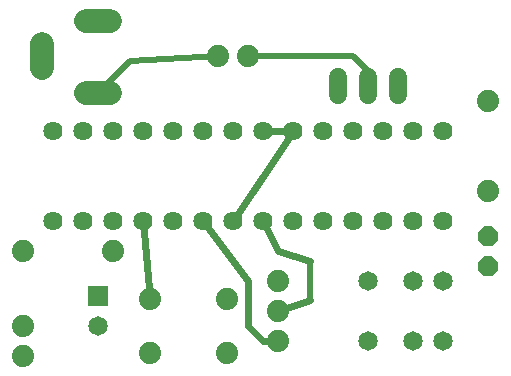
<source format=gbr>
G04 EAGLE Gerber RS-274X export*
G75*
%MOMM*%
%FSLAX34Y34*%
%LPD*%
%INTop Copper*%
%IPPOS*%
%AMOC8*
5,1,8,0,0,1.08239X$1,22.5*%
G01*
%ADD10C,1.651000*%
%ADD11R,1.651000X1.651000*%
%ADD12C,1.879600*%
%ADD13C,2.000000*%
%ADD14C,1.524000*%
%ADD15C,1.625600*%
%ADD16P,1.814519X8X292.500000*%
%ADD17C,0.609600*%
%ADD18C,0.508000*%


D10*
X393700Y101600D03*
X368300Y101600D03*
X393700Y50800D03*
X368300Y50800D03*
D11*
X101600Y88700D03*
D10*
X101600Y63700D03*
X330200Y101600D03*
X330200Y50800D03*
D12*
X254000Y50800D03*
X254000Y76200D03*
X254000Y101600D03*
D13*
X111600Y261100D02*
X91600Y261100D01*
X91600Y322100D02*
X111600Y322100D01*
X53600Y302100D02*
X53600Y282100D01*
D12*
X203200Y292100D03*
X228600Y292100D03*
X114300Y127000D03*
X38100Y127000D03*
X145288Y86106D03*
X210312Y86106D03*
X145288Y40894D03*
X210312Y40894D03*
D14*
X304800Y259080D02*
X304800Y274320D01*
X330200Y274320D02*
X330200Y259080D01*
X355600Y259080D02*
X355600Y274320D01*
D15*
X63500Y152400D03*
X88900Y152400D03*
X114300Y152400D03*
X139700Y152400D03*
X165100Y152400D03*
X190500Y152400D03*
X215900Y152400D03*
X241300Y152400D03*
X266700Y152400D03*
X292100Y152400D03*
X317500Y152400D03*
X342900Y152400D03*
X368300Y152400D03*
X393700Y152400D03*
X393700Y228600D03*
X368300Y228600D03*
X342900Y228600D03*
X317500Y228600D03*
X292100Y228600D03*
X266700Y228600D03*
X241300Y228600D03*
X215900Y228600D03*
X190500Y228600D03*
X165100Y228600D03*
X139700Y228600D03*
X114300Y228600D03*
X88900Y228600D03*
X63500Y228600D03*
D12*
X38100Y63500D03*
X38100Y38100D03*
D16*
X431800Y139700D03*
X431800Y114300D03*
D12*
X431800Y254000D03*
X431800Y177800D03*
D17*
X266700Y228600D02*
X241300Y228600D01*
X256931Y213946D02*
X266700Y228600D01*
X256931Y213946D02*
X215900Y152400D01*
X254000Y76200D02*
X280670Y85090D01*
X280670Y118110D02*
X254000Y127000D01*
X241300Y152400D01*
D18*
X280670Y118110D02*
X280670Y85090D01*
X203200Y292100D02*
X128482Y287982D01*
X101600Y261100D01*
D17*
X190500Y152400D02*
X228600Y101600D01*
X228600Y63500D01*
X241300Y50800D01*
X254000Y50800D01*
X145288Y86106D02*
X139700Y152400D01*
D18*
X228600Y292100D02*
X317500Y292100D01*
X330200Y279400D01*
D17*
X330200Y266700D01*
M02*

</source>
